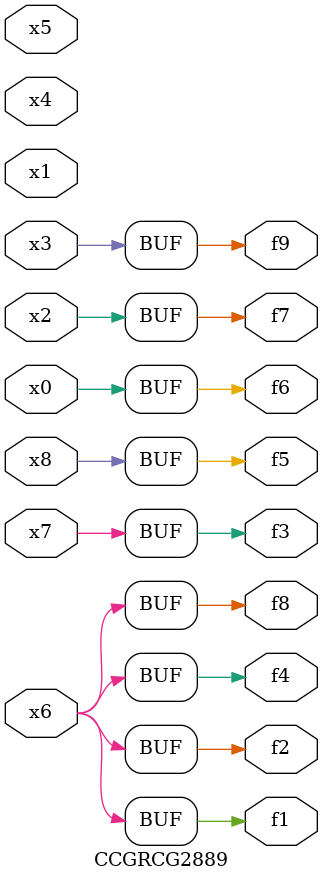
<source format=v>
module CCGRCG2889(
	input x0, x1, x2, x3, x4, x5, x6, x7, x8,
	output f1, f2, f3, f4, f5, f6, f7, f8, f9
);
	assign f1 = x6;
	assign f2 = x6;
	assign f3 = x7;
	assign f4 = x6;
	assign f5 = x8;
	assign f6 = x0;
	assign f7 = x2;
	assign f8 = x6;
	assign f9 = x3;
endmodule

</source>
